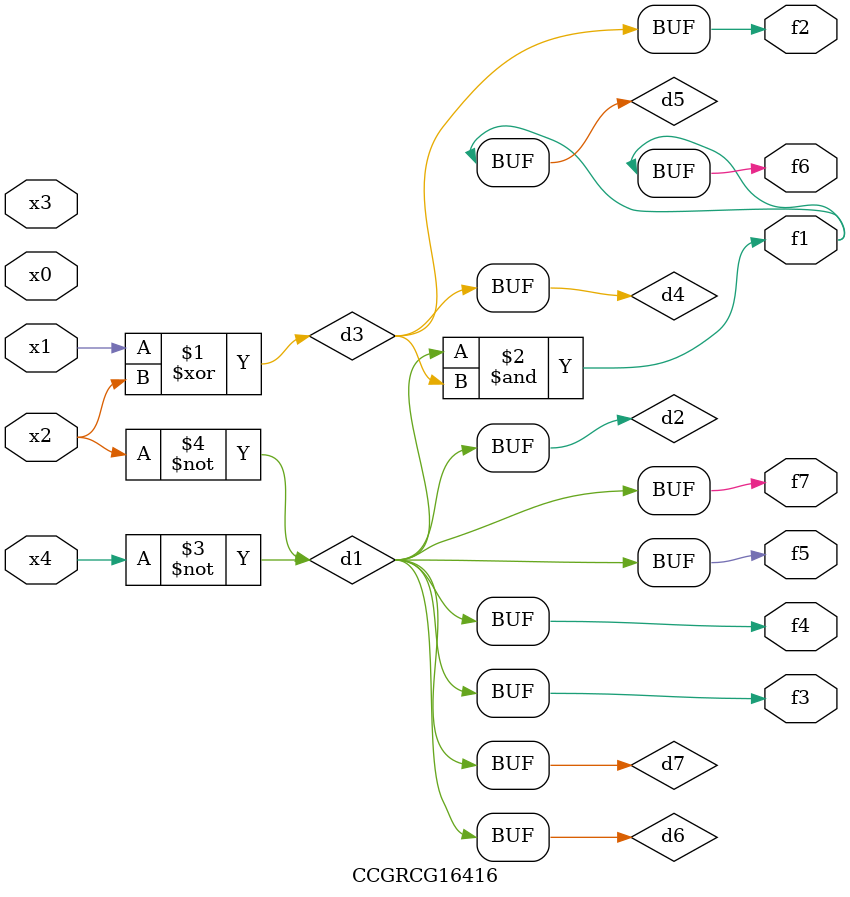
<source format=v>
module CCGRCG16416(
	input x0, x1, x2, x3, x4,
	output f1, f2, f3, f4, f5, f6, f7
);

	wire d1, d2, d3, d4, d5, d6, d7;

	not (d1, x4);
	not (d2, x2);
	xor (d3, x1, x2);
	buf (d4, d3);
	and (d5, d1, d3);
	buf (d6, d1, d2);
	buf (d7, d2);
	assign f1 = d5;
	assign f2 = d4;
	assign f3 = d7;
	assign f4 = d7;
	assign f5 = d7;
	assign f6 = d5;
	assign f7 = d7;
endmodule

</source>
